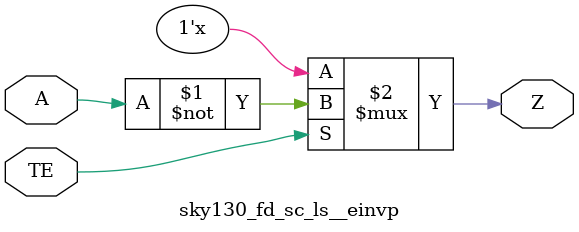
<source format=v>
/*
 * Copyright 2020 The SkyWater PDK Authors
 *
 * Licensed under the Apache License, Version 2.0 (the "License");
 * you may not use this file except in compliance with the License.
 * You may obtain a copy of the License at
 *
 *     https://www.apache.org/licenses/LICENSE-2.0
 *
 * Unless required by applicable law or agreed to in writing, software
 * distributed under the License is distributed on an "AS IS" BASIS,
 * WITHOUT WARRANTIES OR CONDITIONS OF ANY KIND, either express or implied.
 * See the License for the specific language governing permissions and
 * limitations under the License.
 *
 * SPDX-License-Identifier: Apache-2.0
*/


`ifndef SKY130_FD_SC_LS__EINVP_FUNCTIONAL_V
`define SKY130_FD_SC_LS__EINVP_FUNCTIONAL_V

/**
 * einvp: Tri-state inverter, positive enable.
 *
 * Verilog simulation functional model.
 */

`timescale 1ns / 1ps
`default_nettype none

`celldefine
module sky130_fd_sc_ls__einvp (
    Z ,
    A ,
    TE
);

    // Module ports
    output Z ;
    input  A ;
    input  TE;

    //     Name     Output  Other arguments
    notif1 notif10 (Z     , A, TE          );

endmodule
`endcelldefine

`default_nettype wire
`endif  // SKY130_FD_SC_LS__EINVP_FUNCTIONAL_V
</source>
